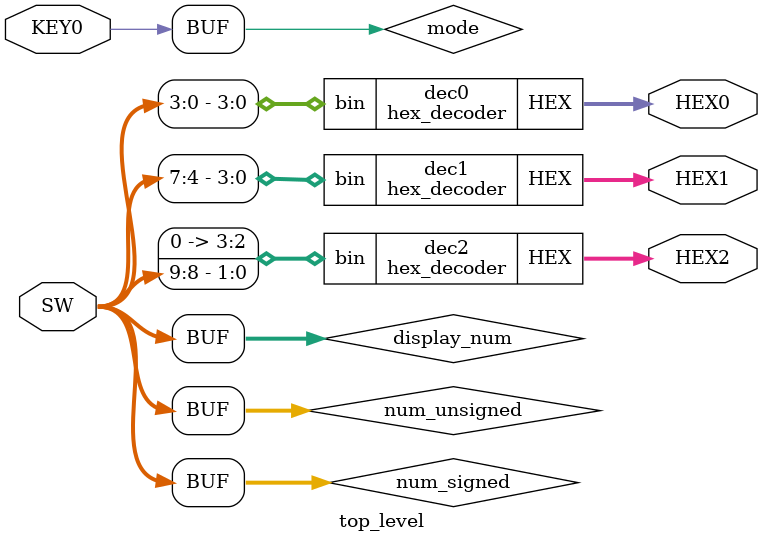
<source format=v>
module hex_decoder(
    input [3:0] bin,        
    output reg [6:0] HEX    
);

always @(*) begin
    case (bin)
        4'h0 : HEX = 7'b1000000; // 0
        4'h1 : HEX = 7'b1111001; // 1
        4'h2 : HEX = 7'b0100100; // 2
        4'h3 : HEX = 7'b0110000; // 3
        4'h4 : HEX = 7'b0011001; // 4
        4'h5 : HEX = 7'b0010010; // 5
        4'h6 : HEX = 7'b0000010; // 6
        4'h7 : HEX = 7'b1111000; // 7
        4'h8 : HEX = 7'b0000000; // 8
        4'h9 : HEX = 7'b0010000; // 9
        4'hA : HEX = 7'b0001000; // A
        4'hB : HEX = 7'b0000011; // b
        4'hC : HEX = 7'b1000110; // C
        4'hD : HEX = 7'b0100001; // d
        4'hE : HEX = 7'b0000110; // E
        4'hF : HEX = 7'b0001110; // F
        default: HEX = 7'b1111111; 
    endcase
end

endmodule


module top_level (
    input [9:0] SW,
    input KEY0,
    output [6:0] HEX0,
    output [6:0] HEX1,
    output [6:0] HEX2
);

    wire signed [9:0] num_signed = SW;
    wire [9:0] num_unsigned = SW;
    wire mode = KEY0;
    wire [9:0] display_num = mode ? num_unsigned : num_signed;

    hex_decoder dec0(.bin(display_num[3:0]), .HEX(HEX0));
    hex_decoder dec1(.bin(display_num[7:4]), .HEX(HEX1));
    hex_decoder dec2(.bin({2'b00, display_num[9:8]}), .HEX(HEX2));

endmodule

</source>
